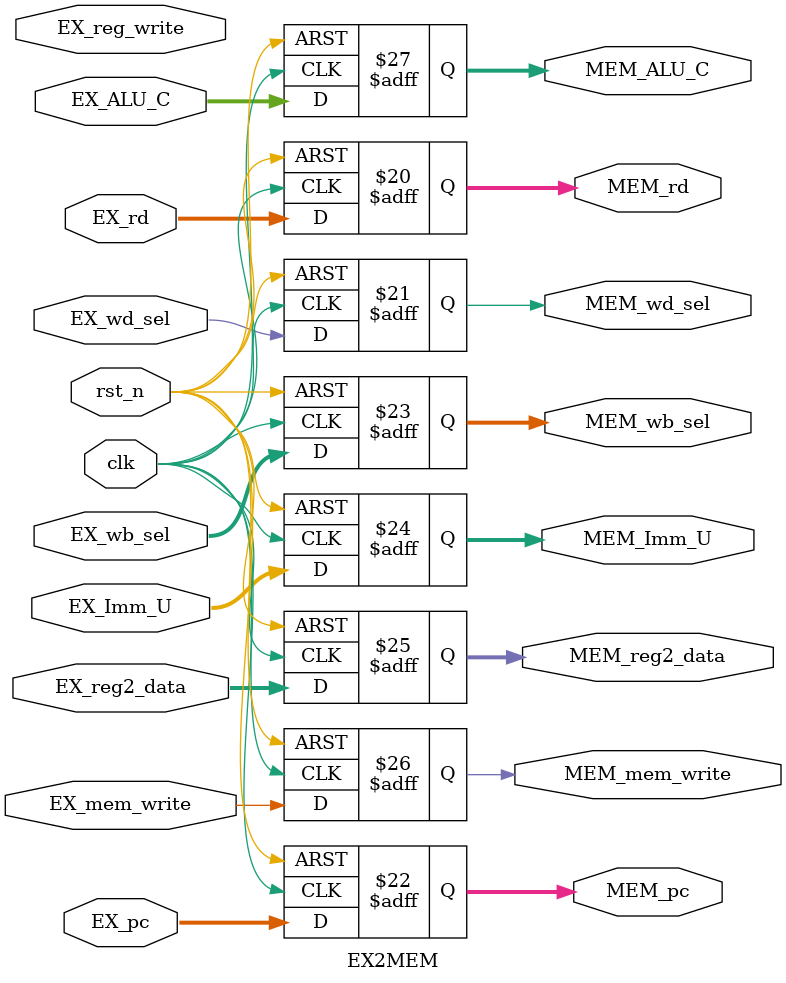
<source format=v>
module EX2MEM (
    input           clk,
    input           rst_n,

    input   [31:0]  EX_ALU_C,
    input           EX_mem_write,
    input   [31:0]  EX_reg2_data,
    input   [31:0]  EX_Imm_U,
    input   [1:0]   EX_wb_sel,
    input   [31:0]  EX_pc,
    input           EX_wd_sel,
    input   [4:0]   EX_rd,
    input           EX_reg_write,

    output  [31:0]  MEM_ALU_C,
    output          MEM_mem_write,
    output  [31:0]  MEM_reg2_data,
    output  [31:0]  MEM_Imm_U,
    output  [1:0]   MEM_wb_sel,
    output  [31:0]  MEM_pc,
    output          MEM_wd_sel,
    output  [4:0]   MEM_rd,
    output          EX_reg_write
);

always @(posedge clk or negedge rst_n) begin
    if (!rst_n) begin
        MEM_ALU_C <= 0;
    end else begin
        MEM_ALU_C <= EX_ALU_C;
    end
end

always @(posedge clk or negedge rst_n) begin
    if (!rst_n) begin
        MEM_mem_write <= 0;
    end else begin
        MEM_mem_write <= EX_mem_write;
    end
end

always @(posedge clk or negedge rst_n) begin
    if (!rst_n) begin
        MEM_reg2_data <= 0;
    end else begin
        MEM_reg2_data <= EX_reg2_data;
    end
end

always @(posedge clk or negedge rst_n) begin
    if (!rst_n) begin
        MEM_Imm_U <= 0;
    end else begin
        MEM_Imm_U <= EX_Imm_U;
    end
end

always @(posedge clk or negedge rst_n) begin
    if (!rst_n) begin
        MEM_wb_sel <= 0;
    end else begin
        MEM_wb_sel <= EX_wb_sel;
    end
end

always @(posedge clk or negedge rst_n) begin
    if (!rst_n) begin
        MEM_pc <= 0;
    end else begin
        MEM_pc <= EX_pc;
    end
end

always @(posedge clk or negedge rst_n) begin
    if (!rst_n) begin
        MEM_wd_sel <= 0;
    end else begin
        MEM_wd_sel <= EX_wd_sel;
    end
end

always @(posedge clk or negedge rst_n) begin
    if (!rst_n) begin
        MEM_rd  <= 0;
    end else begin
        MEM_rd  <= EX_rd;
    end 
end

always @(posedge clk or negedge rst_n) begin
    if (!rst_n) begin
        MEM_reg_write <= 0;
    end else begin
        MEM_reg_write <= EX_reg_write;
    end
end

endmodule
</source>
